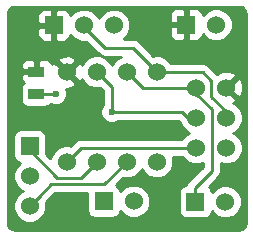
<source format=gtl>
G04 #@! TF.FileFunction,Copper,L1,Top,Signal*
%FSLAX46Y46*%
G04 Gerber Fmt 4.6, Leading zero omitted, Abs format (unit mm)*
G04 Created by KiCad (PCBNEW 4.0.1-stable) date Monday, June 13, 2016 'PMt' 11:56:34 PM*
%MOMM*%
G01*
G04 APERTURE LIST*
%ADD10C,0.100000*%
%ADD11C,1.524000*%
%ADD12R,1.397000X0.889000*%
%ADD13R,1.524000X1.524000*%
%ADD14C,0.600000*%
%ADD15C,0.254000*%
G04 APERTURE END LIST*
D10*
D11*
X155112720Y-90134440D03*
X157652720Y-90134440D03*
X155112720Y-92674440D03*
X157652720Y-92674440D03*
X155112720Y-95214440D03*
X157652720Y-95214440D03*
X144160240Y-96415860D03*
X146700240Y-96415860D03*
X149240240Y-96415860D03*
X151780240Y-96415860D03*
X151780240Y-88795860D03*
X149240240Y-88795860D03*
X146700240Y-88795860D03*
X144160240Y-88795860D03*
D12*
X141587220Y-88757760D03*
X141587220Y-90662760D03*
D13*
X143065500Y-84828380D03*
D11*
X145605500Y-84828380D03*
X148145500Y-84828380D03*
D13*
X154254200Y-84787740D03*
D11*
X156794200Y-84787740D03*
D13*
X147279360Y-99738180D03*
D11*
X149819360Y-99738180D03*
D13*
X155026360Y-99776280D03*
D11*
X157566360Y-99776280D03*
D13*
X141015720Y-95064580D03*
D11*
X141015720Y-97604580D03*
X141015720Y-100144580D03*
D14*
X147942300Y-92184220D03*
X143245840Y-90670380D03*
D15*
X154985720Y-99613720D02*
X154985720Y-98597720D01*
X155112720Y-90639900D02*
X155112720Y-90134440D01*
X154985720Y-98597720D02*
X156410660Y-97172780D01*
X156410660Y-97172780D02*
X156410660Y-91948000D01*
X156410660Y-91948000D02*
X155107640Y-90644980D01*
X155107640Y-90644980D02*
X155112720Y-90639900D01*
X149240240Y-88795860D02*
X150578820Y-90134440D01*
X150578820Y-90134440D02*
X155112720Y-90134440D01*
X149240240Y-88795860D02*
X149529800Y-88795860D01*
X155112720Y-92674440D02*
X155110180Y-92676980D01*
X155110180Y-92676980D02*
X154426920Y-92676980D01*
X154426920Y-92676980D02*
X153934160Y-92184220D01*
X153934160Y-92184220D02*
X147942300Y-92184220D01*
X146700240Y-88795860D02*
X147942300Y-90037920D01*
X147942300Y-90037920D02*
X147942300Y-91759956D01*
X147942300Y-91759956D02*
X147942300Y-92184220D01*
X151780240Y-88795860D02*
X155651200Y-88795860D01*
X155651200Y-88795860D02*
X156395420Y-89540080D01*
X156395420Y-89540080D02*
X156395420Y-90878660D01*
X157655260Y-92138500D02*
X157655260Y-92671900D01*
X157655260Y-92671900D02*
X157652720Y-92674440D01*
X156395420Y-90878660D02*
X157655260Y-92138500D01*
X145608040Y-84782660D02*
X145608040Y-84955380D01*
X145608040Y-84955380D02*
X147388580Y-86735920D01*
X147388580Y-86735920D02*
X149720300Y-86735920D01*
X149720300Y-86735920D02*
X151018241Y-88033861D01*
X151018241Y-88033861D02*
X151780240Y-88795860D01*
X144160240Y-96415860D02*
X145361660Y-95214440D01*
X145361660Y-95214440D02*
X155112720Y-95214440D01*
X141587220Y-90662760D02*
X143238220Y-90662760D01*
X143238220Y-90662760D02*
X143245840Y-90670380D01*
X146700240Y-96415860D02*
X145331180Y-97784920D01*
X145331180Y-97784920D02*
X143365220Y-97784920D01*
X143365220Y-97784920D02*
X141015720Y-95435420D01*
X141015720Y-95435420D02*
X141015720Y-95064580D01*
X149240240Y-96415860D02*
X147347940Y-98308160D01*
X147347940Y-98308160D02*
X142852140Y-98308160D01*
X142852140Y-98308160D02*
X141777719Y-99382581D01*
X141777719Y-99382581D02*
X141015720Y-100144580D01*
G36*
X158958979Y-83315478D02*
X159136145Y-83433856D01*
X159254521Y-83611019D01*
X159310000Y-83889931D01*
X159310000Y-101530069D01*
X159254521Y-101808981D01*
X159136145Y-101986144D01*
X158958979Y-102104522D01*
X158680070Y-102160000D01*
X139769931Y-102160000D01*
X139491019Y-102104521D01*
X139313856Y-101986145D01*
X139195478Y-101808979D01*
X139140000Y-101530070D01*
X139140000Y-94302580D01*
X139606280Y-94302580D01*
X139606280Y-95826580D01*
X139650558Y-96061897D01*
X139789630Y-96278021D01*
X140001830Y-96423011D01*
X140184844Y-96460072D01*
X139832091Y-96812210D01*
X139618963Y-97325480D01*
X139618478Y-97881241D01*
X139830710Y-98394883D01*
X140223350Y-98788209D01*
X140431232Y-98874529D01*
X140225417Y-98959570D01*
X139832091Y-99352210D01*
X139618963Y-99865480D01*
X139618478Y-100421241D01*
X139830710Y-100934883D01*
X140223350Y-101328209D01*
X140736620Y-101541337D01*
X141292381Y-101541822D01*
X141806023Y-101329590D01*
X142199349Y-100936950D01*
X142412477Y-100423680D01*
X142412962Y-99867919D01*
X142400404Y-99837526D01*
X143167771Y-99070160D01*
X145869920Y-99070160D01*
X145869920Y-100500180D01*
X145914198Y-100735497D01*
X146053270Y-100951621D01*
X146265470Y-101096611D01*
X146517360Y-101147620D01*
X148041360Y-101147620D01*
X148276677Y-101103342D01*
X148492801Y-100964270D01*
X148637791Y-100752070D01*
X148674852Y-100569056D01*
X149026990Y-100921809D01*
X149540260Y-101134937D01*
X150096021Y-101135422D01*
X150609663Y-100923190D01*
X151002989Y-100530550D01*
X151216117Y-100017280D01*
X151216602Y-99461519D01*
X151004370Y-98947877D01*
X150611730Y-98554551D01*
X150098460Y-98341423D01*
X149542699Y-98340938D01*
X149029057Y-98553170D01*
X148675597Y-98906013D01*
X148644522Y-98740863D01*
X148505450Y-98524739D01*
X148329329Y-98404401D01*
X148932857Y-97800873D01*
X148961140Y-97812617D01*
X149516901Y-97813102D01*
X150030543Y-97600870D01*
X150423869Y-97208230D01*
X150510189Y-97000348D01*
X150595230Y-97206163D01*
X150987870Y-97599489D01*
X151501140Y-97812617D01*
X152056901Y-97813102D01*
X152570543Y-97600870D01*
X152963869Y-97208230D01*
X153176997Y-96694960D01*
X153177482Y-96139199D01*
X153110232Y-95976440D01*
X153916015Y-95976440D01*
X153927710Y-96004743D01*
X154320350Y-96398069D01*
X154833620Y-96611197D01*
X155389381Y-96611682D01*
X155648660Y-96504550D01*
X155648660Y-96857149D01*
X154446905Y-98058905D01*
X154281724Y-98306115D01*
X154269645Y-98366840D01*
X154264360Y-98366840D01*
X154029043Y-98411118D01*
X153812919Y-98550190D01*
X153667929Y-98762390D01*
X153616920Y-99014280D01*
X153616920Y-100538280D01*
X153661198Y-100773597D01*
X153800270Y-100989721D01*
X154012470Y-101134711D01*
X154264360Y-101185720D01*
X155788360Y-101185720D01*
X156023677Y-101141442D01*
X156239801Y-101002370D01*
X156384791Y-100790170D01*
X156421852Y-100607156D01*
X156773990Y-100959909D01*
X157287260Y-101173037D01*
X157843021Y-101173522D01*
X158356663Y-100961290D01*
X158749989Y-100568650D01*
X158963117Y-100055380D01*
X158963602Y-99499619D01*
X158751370Y-98985977D01*
X158358730Y-98592651D01*
X157845460Y-98379523D01*
X157289699Y-98379038D01*
X156776057Y-98591270D01*
X156422597Y-98944113D01*
X156391522Y-98778963D01*
X156252450Y-98562839D01*
X156160832Y-98500239D01*
X156949475Y-97711596D01*
X157114656Y-97464385D01*
X157172660Y-97172780D01*
X157172660Y-96527751D01*
X157373620Y-96611197D01*
X157929381Y-96611682D01*
X158443023Y-96399450D01*
X158836349Y-96006810D01*
X159049477Y-95493540D01*
X159049962Y-94937779D01*
X158837730Y-94424137D01*
X158445090Y-94030811D01*
X158237208Y-93944491D01*
X158443023Y-93859450D01*
X158836349Y-93466810D01*
X159049477Y-92953540D01*
X159049962Y-92397779D01*
X158837730Y-91884137D01*
X158445090Y-91490811D01*
X158252993Y-91411045D01*
X158383863Y-91356837D01*
X158453328Y-91114653D01*
X157652720Y-90314045D01*
X157638578Y-90328188D01*
X157458973Y-90148583D01*
X157473115Y-90134440D01*
X157832325Y-90134440D01*
X158632933Y-90935048D01*
X158875117Y-90865583D01*
X159061864Y-90342138D01*
X159034082Y-89787072D01*
X158875117Y-89403297D01*
X158632933Y-89333832D01*
X157832325Y-90134440D01*
X157473115Y-90134440D01*
X157458973Y-90120298D01*
X157638578Y-89940693D01*
X157652720Y-89954835D01*
X158453328Y-89154227D01*
X158383863Y-88912043D01*
X157860418Y-88725296D01*
X157305352Y-88753078D01*
X156921577Y-88912043D01*
X156904511Y-88971541D01*
X156190015Y-88257045D01*
X156085112Y-88186951D01*
X155942805Y-88091864D01*
X155651200Y-88033860D01*
X152976945Y-88033860D01*
X152965250Y-88005557D01*
X152572610Y-87612231D01*
X152059340Y-87399103D01*
X151503579Y-87398618D01*
X151473187Y-87411176D01*
X150259115Y-86197105D01*
X150240972Y-86184982D01*
X150011905Y-86031924D01*
X149720300Y-85973920D01*
X148975342Y-85973920D01*
X149329129Y-85620750D01*
X149542257Y-85107480D01*
X149542286Y-85073490D01*
X152857200Y-85073490D01*
X152857200Y-85676050D01*
X152953873Y-85909439D01*
X153132502Y-86088067D01*
X153365891Y-86184740D01*
X153968450Y-86184740D01*
X154127200Y-86025990D01*
X154127200Y-84914740D01*
X153015950Y-84914740D01*
X152857200Y-85073490D01*
X149542286Y-85073490D01*
X149542742Y-84551719D01*
X149330510Y-84038077D01*
X149192105Y-83899430D01*
X152857200Y-83899430D01*
X152857200Y-84501990D01*
X153015950Y-84660740D01*
X154127200Y-84660740D01*
X154127200Y-83549490D01*
X154381200Y-83549490D01*
X154381200Y-84660740D01*
X154401200Y-84660740D01*
X154401200Y-84914740D01*
X154381200Y-84914740D01*
X154381200Y-86025990D01*
X154539950Y-86184740D01*
X155142509Y-86184740D01*
X155375898Y-86088067D01*
X155554527Y-85909439D01*
X155651200Y-85676050D01*
X155651200Y-85620126D01*
X156001830Y-85971369D01*
X156515100Y-86184497D01*
X157070861Y-86184982D01*
X157584503Y-85972750D01*
X157977829Y-85580110D01*
X158190957Y-85066840D01*
X158191442Y-84511079D01*
X157979210Y-83997437D01*
X157586570Y-83604111D01*
X157073300Y-83390983D01*
X156517539Y-83390498D01*
X156003897Y-83602730D01*
X155651200Y-83954812D01*
X155651200Y-83899430D01*
X155554527Y-83666041D01*
X155375898Y-83487413D01*
X155142509Y-83390740D01*
X154539950Y-83390740D01*
X154381200Y-83549490D01*
X154127200Y-83549490D01*
X153968450Y-83390740D01*
X153365891Y-83390740D01*
X153132502Y-83487413D01*
X152953873Y-83666041D01*
X152857200Y-83899430D01*
X149192105Y-83899430D01*
X148937870Y-83644751D01*
X148424600Y-83431623D01*
X147868839Y-83431138D01*
X147355197Y-83643370D01*
X146961871Y-84036010D01*
X146875551Y-84243892D01*
X146790510Y-84038077D01*
X146397870Y-83644751D01*
X145884600Y-83431623D01*
X145328839Y-83431138D01*
X144815197Y-83643370D01*
X144462500Y-83995452D01*
X144462500Y-83940070D01*
X144365827Y-83706681D01*
X144187198Y-83528053D01*
X143953809Y-83431380D01*
X143351250Y-83431380D01*
X143192500Y-83590130D01*
X143192500Y-84701380D01*
X143212500Y-84701380D01*
X143212500Y-84955380D01*
X143192500Y-84955380D01*
X143192500Y-86066630D01*
X143351250Y-86225380D01*
X143953809Y-86225380D01*
X144187198Y-86128707D01*
X144365827Y-85950079D01*
X144462500Y-85716690D01*
X144462500Y-85660766D01*
X144813130Y-86012009D01*
X145326400Y-86225137D01*
X145800581Y-86225551D01*
X146849765Y-87274735D01*
X147096975Y-87439916D01*
X147388580Y-87497920D01*
X148723249Y-87497920D01*
X148449937Y-87610850D01*
X148056611Y-88003490D01*
X147970291Y-88211372D01*
X147885250Y-88005557D01*
X147492610Y-87612231D01*
X146979340Y-87399103D01*
X146423579Y-87398618D01*
X145909937Y-87610850D01*
X145516611Y-88003490D01*
X145436845Y-88195587D01*
X145382637Y-88064717D01*
X145140453Y-87995252D01*
X144339845Y-88795860D01*
X145140453Y-89596468D01*
X145382637Y-89527003D01*
X145432749Y-89386542D01*
X145515230Y-89586163D01*
X145907870Y-89979489D01*
X146421140Y-90192617D01*
X146976901Y-90193102D01*
X147007294Y-90180544D01*
X147180300Y-90353550D01*
X147180300Y-91623754D01*
X147150108Y-91653893D01*
X147007462Y-91997421D01*
X147007138Y-92369387D01*
X147149183Y-92713163D01*
X147411973Y-92976412D01*
X147755501Y-93119058D01*
X148127467Y-93119382D01*
X148471243Y-92977337D01*
X148502414Y-92946220D01*
X153618530Y-92946220D01*
X153780305Y-93107995D01*
X153927710Y-93464743D01*
X154320350Y-93858069D01*
X154528232Y-93944389D01*
X154322417Y-94029430D01*
X153929091Y-94422070D01*
X153916480Y-94452440D01*
X145361660Y-94452440D01*
X145070055Y-94510444D01*
X144822844Y-94675625D01*
X144467622Y-95030847D01*
X144439340Y-95019103D01*
X143883579Y-95018618D01*
X143369937Y-95230850D01*
X142976611Y-95623490D01*
X142772639Y-96114709D01*
X142425160Y-95767230D01*
X142425160Y-94302580D01*
X142380882Y-94067263D01*
X142241810Y-93851139D01*
X142029610Y-93706149D01*
X141777720Y-93655140D01*
X140253720Y-93655140D01*
X140018403Y-93699418D01*
X139802279Y-93838490D01*
X139657289Y-94050690D01*
X139606280Y-94302580D01*
X139140000Y-94302580D01*
X139140000Y-90218260D01*
X140241280Y-90218260D01*
X140241280Y-91107260D01*
X140285558Y-91342577D01*
X140424630Y-91558701D01*
X140636830Y-91703691D01*
X140888720Y-91754700D01*
X142285720Y-91754700D01*
X142521037Y-91710422D01*
X142737161Y-91571350D01*
X142790274Y-91493616D01*
X143059041Y-91605218D01*
X143431007Y-91605542D01*
X143774783Y-91463497D01*
X144038032Y-91200707D01*
X144180678Y-90857179D01*
X144181002Y-90485213D01*
X144062939Y-90199478D01*
X144507608Y-90177222D01*
X144891383Y-90018257D01*
X144960848Y-89776073D01*
X144160240Y-88975465D01*
X144146098Y-88989608D01*
X143966493Y-88810003D01*
X143980635Y-88795860D01*
X143180027Y-87995252D01*
X142937843Y-88064717D01*
X142906490Y-88152597D01*
X142824047Y-87953562D01*
X142686133Y-87815647D01*
X143359632Y-87815647D01*
X144160240Y-88616255D01*
X144960848Y-87815647D01*
X144891383Y-87573463D01*
X144367938Y-87386716D01*
X143812872Y-87414498D01*
X143429097Y-87573463D01*
X143359632Y-87815647D01*
X142686133Y-87815647D01*
X142645419Y-87774933D01*
X142412030Y-87678260D01*
X141872970Y-87678260D01*
X141714220Y-87837010D01*
X141714220Y-88630760D01*
X141734220Y-88630760D01*
X141734220Y-88884760D01*
X141714220Y-88884760D01*
X141714220Y-88904760D01*
X141460220Y-88904760D01*
X141460220Y-88884760D01*
X140412470Y-88884760D01*
X140253720Y-89043510D01*
X140253720Y-89328569D01*
X140350393Y-89561958D01*
X140501366Y-89712931D01*
X140437279Y-89754170D01*
X140292289Y-89966370D01*
X140241280Y-90218260D01*
X139140000Y-90218260D01*
X139140000Y-88186951D01*
X140253720Y-88186951D01*
X140253720Y-88472010D01*
X140412470Y-88630760D01*
X141460220Y-88630760D01*
X141460220Y-87837010D01*
X141301470Y-87678260D01*
X140762410Y-87678260D01*
X140529021Y-87774933D01*
X140350393Y-87953562D01*
X140253720Y-88186951D01*
X139140000Y-88186951D01*
X139140000Y-85114130D01*
X141668500Y-85114130D01*
X141668500Y-85716690D01*
X141765173Y-85950079D01*
X141943802Y-86128707D01*
X142177191Y-86225380D01*
X142779750Y-86225380D01*
X142938500Y-86066630D01*
X142938500Y-84955380D01*
X141827250Y-84955380D01*
X141668500Y-85114130D01*
X139140000Y-85114130D01*
X139140000Y-83940070D01*
X141668500Y-83940070D01*
X141668500Y-84542630D01*
X141827250Y-84701380D01*
X142938500Y-84701380D01*
X142938500Y-83590130D01*
X142779750Y-83431380D01*
X142177191Y-83431380D01*
X141943802Y-83528053D01*
X141765173Y-83706681D01*
X141668500Y-83940070D01*
X139140000Y-83940070D01*
X139140000Y-83889930D01*
X139195478Y-83611021D01*
X139313856Y-83433855D01*
X139491019Y-83315479D01*
X139769931Y-83260000D01*
X158680070Y-83260000D01*
X158958979Y-83315478D01*
X158958979Y-83315478D01*
G37*
X158958979Y-83315478D02*
X159136145Y-83433856D01*
X159254521Y-83611019D01*
X159310000Y-83889931D01*
X159310000Y-101530069D01*
X159254521Y-101808981D01*
X159136145Y-101986144D01*
X158958979Y-102104522D01*
X158680070Y-102160000D01*
X139769931Y-102160000D01*
X139491019Y-102104521D01*
X139313856Y-101986145D01*
X139195478Y-101808979D01*
X139140000Y-101530070D01*
X139140000Y-94302580D01*
X139606280Y-94302580D01*
X139606280Y-95826580D01*
X139650558Y-96061897D01*
X139789630Y-96278021D01*
X140001830Y-96423011D01*
X140184844Y-96460072D01*
X139832091Y-96812210D01*
X139618963Y-97325480D01*
X139618478Y-97881241D01*
X139830710Y-98394883D01*
X140223350Y-98788209D01*
X140431232Y-98874529D01*
X140225417Y-98959570D01*
X139832091Y-99352210D01*
X139618963Y-99865480D01*
X139618478Y-100421241D01*
X139830710Y-100934883D01*
X140223350Y-101328209D01*
X140736620Y-101541337D01*
X141292381Y-101541822D01*
X141806023Y-101329590D01*
X142199349Y-100936950D01*
X142412477Y-100423680D01*
X142412962Y-99867919D01*
X142400404Y-99837526D01*
X143167771Y-99070160D01*
X145869920Y-99070160D01*
X145869920Y-100500180D01*
X145914198Y-100735497D01*
X146053270Y-100951621D01*
X146265470Y-101096611D01*
X146517360Y-101147620D01*
X148041360Y-101147620D01*
X148276677Y-101103342D01*
X148492801Y-100964270D01*
X148637791Y-100752070D01*
X148674852Y-100569056D01*
X149026990Y-100921809D01*
X149540260Y-101134937D01*
X150096021Y-101135422D01*
X150609663Y-100923190D01*
X151002989Y-100530550D01*
X151216117Y-100017280D01*
X151216602Y-99461519D01*
X151004370Y-98947877D01*
X150611730Y-98554551D01*
X150098460Y-98341423D01*
X149542699Y-98340938D01*
X149029057Y-98553170D01*
X148675597Y-98906013D01*
X148644522Y-98740863D01*
X148505450Y-98524739D01*
X148329329Y-98404401D01*
X148932857Y-97800873D01*
X148961140Y-97812617D01*
X149516901Y-97813102D01*
X150030543Y-97600870D01*
X150423869Y-97208230D01*
X150510189Y-97000348D01*
X150595230Y-97206163D01*
X150987870Y-97599489D01*
X151501140Y-97812617D01*
X152056901Y-97813102D01*
X152570543Y-97600870D01*
X152963869Y-97208230D01*
X153176997Y-96694960D01*
X153177482Y-96139199D01*
X153110232Y-95976440D01*
X153916015Y-95976440D01*
X153927710Y-96004743D01*
X154320350Y-96398069D01*
X154833620Y-96611197D01*
X155389381Y-96611682D01*
X155648660Y-96504550D01*
X155648660Y-96857149D01*
X154446905Y-98058905D01*
X154281724Y-98306115D01*
X154269645Y-98366840D01*
X154264360Y-98366840D01*
X154029043Y-98411118D01*
X153812919Y-98550190D01*
X153667929Y-98762390D01*
X153616920Y-99014280D01*
X153616920Y-100538280D01*
X153661198Y-100773597D01*
X153800270Y-100989721D01*
X154012470Y-101134711D01*
X154264360Y-101185720D01*
X155788360Y-101185720D01*
X156023677Y-101141442D01*
X156239801Y-101002370D01*
X156384791Y-100790170D01*
X156421852Y-100607156D01*
X156773990Y-100959909D01*
X157287260Y-101173037D01*
X157843021Y-101173522D01*
X158356663Y-100961290D01*
X158749989Y-100568650D01*
X158963117Y-100055380D01*
X158963602Y-99499619D01*
X158751370Y-98985977D01*
X158358730Y-98592651D01*
X157845460Y-98379523D01*
X157289699Y-98379038D01*
X156776057Y-98591270D01*
X156422597Y-98944113D01*
X156391522Y-98778963D01*
X156252450Y-98562839D01*
X156160832Y-98500239D01*
X156949475Y-97711596D01*
X157114656Y-97464385D01*
X157172660Y-97172780D01*
X157172660Y-96527751D01*
X157373620Y-96611197D01*
X157929381Y-96611682D01*
X158443023Y-96399450D01*
X158836349Y-96006810D01*
X159049477Y-95493540D01*
X159049962Y-94937779D01*
X158837730Y-94424137D01*
X158445090Y-94030811D01*
X158237208Y-93944491D01*
X158443023Y-93859450D01*
X158836349Y-93466810D01*
X159049477Y-92953540D01*
X159049962Y-92397779D01*
X158837730Y-91884137D01*
X158445090Y-91490811D01*
X158252993Y-91411045D01*
X158383863Y-91356837D01*
X158453328Y-91114653D01*
X157652720Y-90314045D01*
X157638578Y-90328188D01*
X157458973Y-90148583D01*
X157473115Y-90134440D01*
X157832325Y-90134440D01*
X158632933Y-90935048D01*
X158875117Y-90865583D01*
X159061864Y-90342138D01*
X159034082Y-89787072D01*
X158875117Y-89403297D01*
X158632933Y-89333832D01*
X157832325Y-90134440D01*
X157473115Y-90134440D01*
X157458973Y-90120298D01*
X157638578Y-89940693D01*
X157652720Y-89954835D01*
X158453328Y-89154227D01*
X158383863Y-88912043D01*
X157860418Y-88725296D01*
X157305352Y-88753078D01*
X156921577Y-88912043D01*
X156904511Y-88971541D01*
X156190015Y-88257045D01*
X156085112Y-88186951D01*
X155942805Y-88091864D01*
X155651200Y-88033860D01*
X152976945Y-88033860D01*
X152965250Y-88005557D01*
X152572610Y-87612231D01*
X152059340Y-87399103D01*
X151503579Y-87398618D01*
X151473187Y-87411176D01*
X150259115Y-86197105D01*
X150240972Y-86184982D01*
X150011905Y-86031924D01*
X149720300Y-85973920D01*
X148975342Y-85973920D01*
X149329129Y-85620750D01*
X149542257Y-85107480D01*
X149542286Y-85073490D01*
X152857200Y-85073490D01*
X152857200Y-85676050D01*
X152953873Y-85909439D01*
X153132502Y-86088067D01*
X153365891Y-86184740D01*
X153968450Y-86184740D01*
X154127200Y-86025990D01*
X154127200Y-84914740D01*
X153015950Y-84914740D01*
X152857200Y-85073490D01*
X149542286Y-85073490D01*
X149542742Y-84551719D01*
X149330510Y-84038077D01*
X149192105Y-83899430D01*
X152857200Y-83899430D01*
X152857200Y-84501990D01*
X153015950Y-84660740D01*
X154127200Y-84660740D01*
X154127200Y-83549490D01*
X154381200Y-83549490D01*
X154381200Y-84660740D01*
X154401200Y-84660740D01*
X154401200Y-84914740D01*
X154381200Y-84914740D01*
X154381200Y-86025990D01*
X154539950Y-86184740D01*
X155142509Y-86184740D01*
X155375898Y-86088067D01*
X155554527Y-85909439D01*
X155651200Y-85676050D01*
X155651200Y-85620126D01*
X156001830Y-85971369D01*
X156515100Y-86184497D01*
X157070861Y-86184982D01*
X157584503Y-85972750D01*
X157977829Y-85580110D01*
X158190957Y-85066840D01*
X158191442Y-84511079D01*
X157979210Y-83997437D01*
X157586570Y-83604111D01*
X157073300Y-83390983D01*
X156517539Y-83390498D01*
X156003897Y-83602730D01*
X155651200Y-83954812D01*
X155651200Y-83899430D01*
X155554527Y-83666041D01*
X155375898Y-83487413D01*
X155142509Y-83390740D01*
X154539950Y-83390740D01*
X154381200Y-83549490D01*
X154127200Y-83549490D01*
X153968450Y-83390740D01*
X153365891Y-83390740D01*
X153132502Y-83487413D01*
X152953873Y-83666041D01*
X152857200Y-83899430D01*
X149192105Y-83899430D01*
X148937870Y-83644751D01*
X148424600Y-83431623D01*
X147868839Y-83431138D01*
X147355197Y-83643370D01*
X146961871Y-84036010D01*
X146875551Y-84243892D01*
X146790510Y-84038077D01*
X146397870Y-83644751D01*
X145884600Y-83431623D01*
X145328839Y-83431138D01*
X144815197Y-83643370D01*
X144462500Y-83995452D01*
X144462500Y-83940070D01*
X144365827Y-83706681D01*
X144187198Y-83528053D01*
X143953809Y-83431380D01*
X143351250Y-83431380D01*
X143192500Y-83590130D01*
X143192500Y-84701380D01*
X143212500Y-84701380D01*
X143212500Y-84955380D01*
X143192500Y-84955380D01*
X143192500Y-86066630D01*
X143351250Y-86225380D01*
X143953809Y-86225380D01*
X144187198Y-86128707D01*
X144365827Y-85950079D01*
X144462500Y-85716690D01*
X144462500Y-85660766D01*
X144813130Y-86012009D01*
X145326400Y-86225137D01*
X145800581Y-86225551D01*
X146849765Y-87274735D01*
X147096975Y-87439916D01*
X147388580Y-87497920D01*
X148723249Y-87497920D01*
X148449937Y-87610850D01*
X148056611Y-88003490D01*
X147970291Y-88211372D01*
X147885250Y-88005557D01*
X147492610Y-87612231D01*
X146979340Y-87399103D01*
X146423579Y-87398618D01*
X145909937Y-87610850D01*
X145516611Y-88003490D01*
X145436845Y-88195587D01*
X145382637Y-88064717D01*
X145140453Y-87995252D01*
X144339845Y-88795860D01*
X145140453Y-89596468D01*
X145382637Y-89527003D01*
X145432749Y-89386542D01*
X145515230Y-89586163D01*
X145907870Y-89979489D01*
X146421140Y-90192617D01*
X146976901Y-90193102D01*
X147007294Y-90180544D01*
X147180300Y-90353550D01*
X147180300Y-91623754D01*
X147150108Y-91653893D01*
X147007462Y-91997421D01*
X147007138Y-92369387D01*
X147149183Y-92713163D01*
X147411973Y-92976412D01*
X147755501Y-93119058D01*
X148127467Y-93119382D01*
X148471243Y-92977337D01*
X148502414Y-92946220D01*
X153618530Y-92946220D01*
X153780305Y-93107995D01*
X153927710Y-93464743D01*
X154320350Y-93858069D01*
X154528232Y-93944389D01*
X154322417Y-94029430D01*
X153929091Y-94422070D01*
X153916480Y-94452440D01*
X145361660Y-94452440D01*
X145070055Y-94510444D01*
X144822844Y-94675625D01*
X144467622Y-95030847D01*
X144439340Y-95019103D01*
X143883579Y-95018618D01*
X143369937Y-95230850D01*
X142976611Y-95623490D01*
X142772639Y-96114709D01*
X142425160Y-95767230D01*
X142425160Y-94302580D01*
X142380882Y-94067263D01*
X142241810Y-93851139D01*
X142029610Y-93706149D01*
X141777720Y-93655140D01*
X140253720Y-93655140D01*
X140018403Y-93699418D01*
X139802279Y-93838490D01*
X139657289Y-94050690D01*
X139606280Y-94302580D01*
X139140000Y-94302580D01*
X139140000Y-90218260D01*
X140241280Y-90218260D01*
X140241280Y-91107260D01*
X140285558Y-91342577D01*
X140424630Y-91558701D01*
X140636830Y-91703691D01*
X140888720Y-91754700D01*
X142285720Y-91754700D01*
X142521037Y-91710422D01*
X142737161Y-91571350D01*
X142790274Y-91493616D01*
X143059041Y-91605218D01*
X143431007Y-91605542D01*
X143774783Y-91463497D01*
X144038032Y-91200707D01*
X144180678Y-90857179D01*
X144181002Y-90485213D01*
X144062939Y-90199478D01*
X144507608Y-90177222D01*
X144891383Y-90018257D01*
X144960848Y-89776073D01*
X144160240Y-88975465D01*
X144146098Y-88989608D01*
X143966493Y-88810003D01*
X143980635Y-88795860D01*
X143180027Y-87995252D01*
X142937843Y-88064717D01*
X142906490Y-88152597D01*
X142824047Y-87953562D01*
X142686133Y-87815647D01*
X143359632Y-87815647D01*
X144160240Y-88616255D01*
X144960848Y-87815647D01*
X144891383Y-87573463D01*
X144367938Y-87386716D01*
X143812872Y-87414498D01*
X143429097Y-87573463D01*
X143359632Y-87815647D01*
X142686133Y-87815647D01*
X142645419Y-87774933D01*
X142412030Y-87678260D01*
X141872970Y-87678260D01*
X141714220Y-87837010D01*
X141714220Y-88630760D01*
X141734220Y-88630760D01*
X141734220Y-88884760D01*
X141714220Y-88884760D01*
X141714220Y-88904760D01*
X141460220Y-88904760D01*
X141460220Y-88884760D01*
X140412470Y-88884760D01*
X140253720Y-89043510D01*
X140253720Y-89328569D01*
X140350393Y-89561958D01*
X140501366Y-89712931D01*
X140437279Y-89754170D01*
X140292289Y-89966370D01*
X140241280Y-90218260D01*
X139140000Y-90218260D01*
X139140000Y-88186951D01*
X140253720Y-88186951D01*
X140253720Y-88472010D01*
X140412470Y-88630760D01*
X141460220Y-88630760D01*
X141460220Y-87837010D01*
X141301470Y-87678260D01*
X140762410Y-87678260D01*
X140529021Y-87774933D01*
X140350393Y-87953562D01*
X140253720Y-88186951D01*
X139140000Y-88186951D01*
X139140000Y-85114130D01*
X141668500Y-85114130D01*
X141668500Y-85716690D01*
X141765173Y-85950079D01*
X141943802Y-86128707D01*
X142177191Y-86225380D01*
X142779750Y-86225380D01*
X142938500Y-86066630D01*
X142938500Y-84955380D01*
X141827250Y-84955380D01*
X141668500Y-85114130D01*
X139140000Y-85114130D01*
X139140000Y-83940070D01*
X141668500Y-83940070D01*
X141668500Y-84542630D01*
X141827250Y-84701380D01*
X142938500Y-84701380D01*
X142938500Y-83590130D01*
X142779750Y-83431380D01*
X142177191Y-83431380D01*
X141943802Y-83528053D01*
X141765173Y-83706681D01*
X141668500Y-83940070D01*
X139140000Y-83940070D01*
X139140000Y-83889930D01*
X139195478Y-83611021D01*
X139313856Y-83433855D01*
X139491019Y-83315479D01*
X139769931Y-83260000D01*
X158680070Y-83260000D01*
X158958979Y-83315478D01*
M02*

</source>
